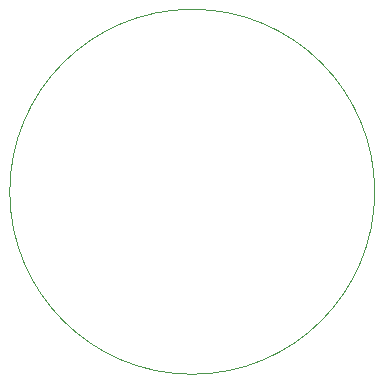
<source format=gm1>
G04 #@! TF.FileFunction,Profile,NP*
%FSLAX46Y46*%
G04 Gerber Fmt 4.6, Leading zero omitted, Abs format (unit mm)*
G04 Created by KiCad (PCBNEW 4.0.7) date 03/27/19 21:47:29*
%MOMM*%
%LPD*%
G01*
G04 APERTURE LIST*
%ADD10C,0.100000*%
G04 APERTURE END LIST*
D10*
X223730217Y-91440000D02*
G75*
G03X223730217Y-91440000I-15450217J0D01*
G01*
M02*

</source>
